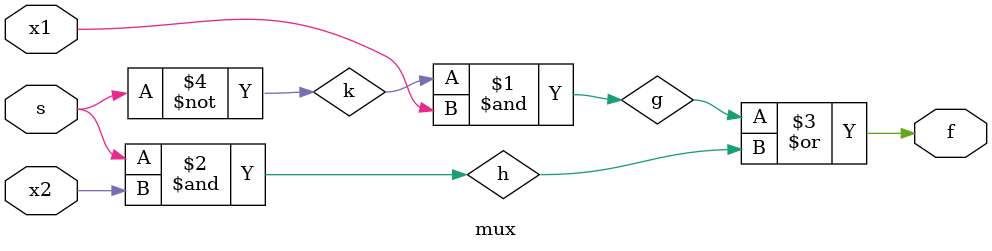
<source format=v>
module mux(x1, x2, s, f);    // mux 2:1
    input x1, x2, s;         // entradas
    output f;                // saida

    wire k, g, h;            // fios internos
    
    not(k,s);                // porta logica NOT
    and(g, k, x1);           // porta logica AND
    and(h, s, x2);           // porta logica AND
    or(f, g, h);             // porta logica OR
    
endmodule


</source>
